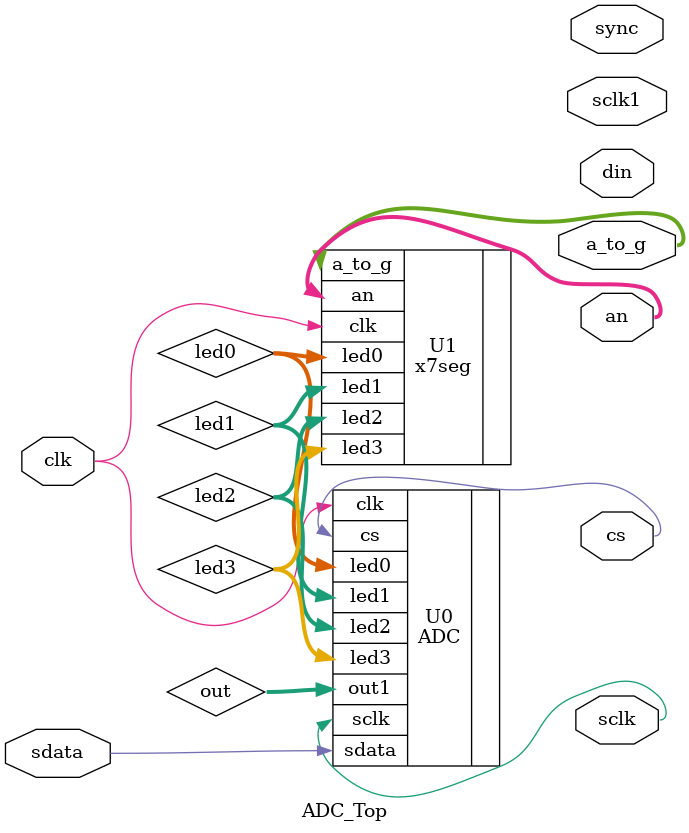
<source format=v>
`timescale 1ns / 1ps
module ADC_Top(
		input wire clk,
		input wire sdata,
		output sclk,
		output sclk1,
		output cs,
		output sync,
		output din,
		output [6:0] a_to_g,
		output [3:0] an
    );
	 wire [3:0] led0;
	 wire [3:0] led1;
	 wire [3:0] led2;
	 wire [3:0] led3;
	 wire [7:0] out;
	 wire [7:0] sda;
	 ADC U0 (
    .clk(clk), 
    .sdata(sdata), 
    .sclk(sclk), 
    .cs(cs), 
    .led0(led0), 
    .led1(led1), 
    .led2(led2), 
    .led3(led3),
	 .out1(out)
    );
	 x7seg U1 (
    .clk(clk), 
    .led0(led0), 
    .led1(led1), 
    .led2(led2), 
    .led3(led3), 
    .a_to_g(a_to_g), 
    .an(an)
    );
endmodule

</source>
